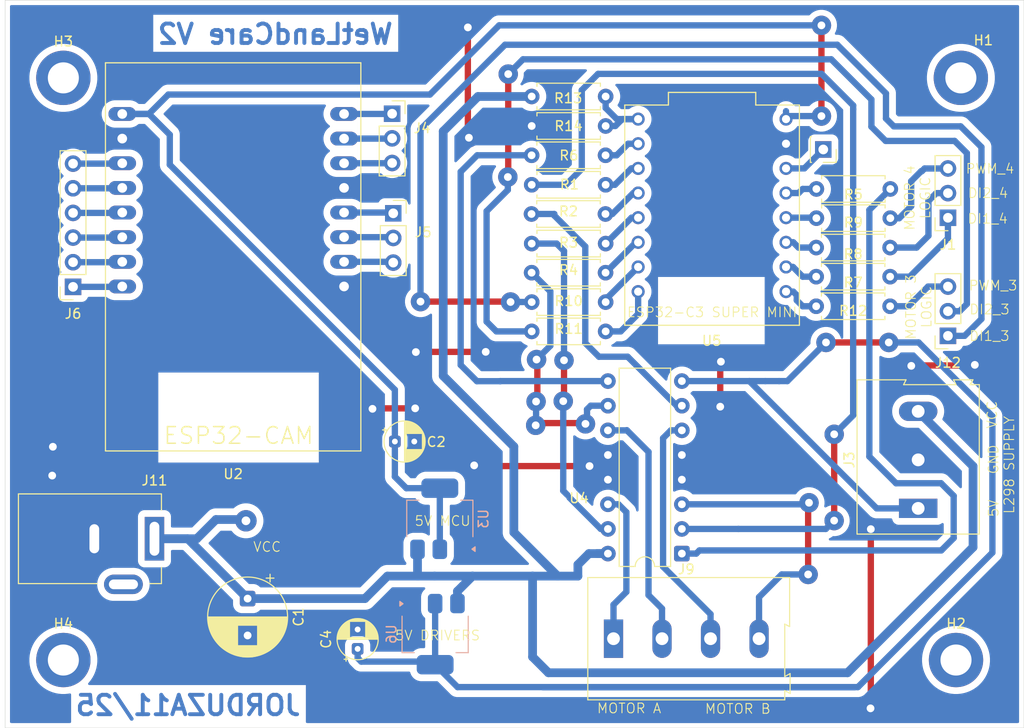
<source format=kicad_pcb>
(kicad_pcb (version 20241229) (generator "pcbnew") (generator_version "9.0")
  (layers (0 "F.Cu" signal) (2 "B.Cu" signal) (13 "F.Paste" user) (15 "B.Paste" user) (5 "F.SilkS" user "F.Silkscreen") (7 "B.SilkS" user "B.Silkscreen") (1 "F.Mask" user) (3 "B.Mask" user) (25 "Edge.Cuts" user))
  (net 0 "")
  (net 1 "GND")
  (net 2 "/5V_MCU")
  (net 3 "VCC")
  (net 4 "/5V_DRIVERS")
  (net 5 "Net-(U4-3A)")
  (net 6 "Net-(U4-4A)")
  (net 7 "Net-(J1-Pin_2)")
  (net 8 "Net-(U4-EN1,2)")
  (net 9 "Net-(U4-EN3,4)")
  (net 10 "Net-(U4-2A)")
  (net 11 "Net-(U4-1A)")
  (net 12 "Net-(J1-Pin_3)")
  (net 13 "Net-(J1-Pin_1)")
  (net 14 "Net-(J2-Pin_1)")
  (net 15 "/PWM_MR")
  (net 16 "/PWM_RR")
  (net 17 "/DI2_MR")
  (net 18 "Net-(J4-Pin_2)")
  (net 19 "/DI1_RL")
  (net 20 "/PWM_ML")
  (net 21 "/DI2_RR")
  (net 22 "/DI1_MR")
  (net 23 "/DI1_RR")
  (net 24 "/PWM_RL")
  (net 25 "Net-(J4-Pin_3)")
  (net 26 "/DI2_RL")
  (net 27 "/DI1_ML")
  (net 28 "/DI2_ML")
  (net 29 "Net-(J4-Pin_1)")
  (net 30 "Net-(J5-Pin_1)")
  (net 31 "Net-(J5-Pin_3)")
  (net 32 "Net-(J5-Pin_2)")
  (net 33 "Net-(J6-Pin_3)")
  (net 34 "Net-(J6-Pin_1)")
  (net 35 "Net-(J6-Pin_2)")
  (net 36 "Net-(J6-Pin_6)")
  (net 37 "Net-(J6-Pin_4)")
  (net 38 "Net-(J6-Pin_5)")
  (net 39 "Net-(J12-Pin_1)")
  (net 40 "Net-(J12-Pin_3)")
  (net 41 "Net-(J12-Pin_2)")
  (net 42 "/BAT_LVL_SENS")
  (net 43 "Net-(J9-Pin_1)")
  (net 44 "Net-(J9-Pin_4)")
  (net 45 "Net-(J9-Pin_3)")
  (net 46 "Net-(J9-Pin_2)")
  (footprint "Capacitor_THT:CP_Radial_D8.0mm_P3.80mm" (layer "F.Cu") (at 169.99 94.167349 -90)
    (property "Reference" "C1")
    (property "Value" "470uF")
  )
  (footprint "Resistor_THT:R_Axial_DIN0207_L6.3mm_D2.5mm_P7.62mm_Horizontal" (layer "F.Cu") (at 228.59 64.04)
    (property "Reference" "R12")
    (property "Value" "330R")
  )
  (footprint "Resistor_THT:R_Axial_DIN0207_L6.3mm_D2.5mm_P7.62mm_Horizontal" (layer "F.Cu") (at 206.89 51.52 180)
    (property "Reference" "R1")
    (property "Value" "330R")
  )
  (footprint "Connector_PinSocket_2.54mm:PinSocket_1x03_P2.54mm_Vertical" (layer "F.Cu") (at 242.17 67.09 180)
    (property "Reference" "J12")
    (property "Value" "M2MR1_CONTROL")
  )
  (footprint "Resistor_THT:R_Axial_DIN0207_L6.3mm_D2.5mm_P7.62mm_Horizontal" (layer "F.Cu") (at 228.59 57.99)
    (property "Reference" "R8")
    (property "Value" "330R")
  )
  (footprint "ESP32 C3 SuperMini:MODULE_ESP32-C3_SUPERMINI_TH" (layer "F.Cu") (at 217.86 54.65)
    (property "Reference" "U5")
    (property "Value" "ESP32-C3_SUPERMINI_TH")
  )
  (footprint "Connector_BarrelJack:BarrelJack_Kycon_KLDX-0202-xC_Horizontal" (layer "F.Cu") (at 160.39 88)
    (property "Reference" "J11")
    (property "Value" "Barrel_Jack_MountingPin")
  )
  (footprint "MountingHole:MountingHole_3.2mm_M3_DIN965_Pad" (layer "F.Cu") (at 243 100.5)
    (property "Reference" "H2")
    (property "Value" "MountingHole")
  )
  (footprint "Resistor_THT:R_Axial_DIN0207_L6.3mm_D2.5mm_P7.62mm_Horizontal" (layer "F.Cu") (at 206.88 60.58 180)
    (property "Reference" "R4")
    (property "Value" "330R")
  )
  (footprint "ESP32CAM:ESP32-CAM" (layer "F.Cu") (at 168.5 54.38)
    (property "Reference" "U2")
    (property "Value" "ESP32-CAM")
  )
  (footprint "MountingHole:MountingHole_3.2mm_M3_DIN965_Pad" (layer "F.Cu") (at 151 40.5)
    (property "Reference" "H3")
    (property "Value" "MountingHole")
  )
  (footprint "Resistor_THT:R_Axial_DIN0207_L6.3mm_D2.5mm_P7.62mm_Horizontal" (layer "F.Cu") (at 206.89 57.58 180)
    (property "Reference" "R3")
    (property "Value" "330R")
  )
  (footprint "MountingHole:MountingHole_3.2mm_M3_DIN965_Pad" (layer "F.Cu") (at 243.5 40.5)
    (property "Reference" "H1")
    (property "Value" "MountingHole" (hide yes))
  )
  (footprint "Resistor_THT:R_Axial_DIN0207_L6.3mm_D2.5mm_P7.62mm_Horizontal" (layer "F.Cu") (at 206.88 48.48 180)
    (property "Reference" "R6")
    (property "Value" "330R")
  )
  (footprint "Package_DIP:DIP-16_W7.62mm" (layer "F.Cu") (at 214.745 89.53 180)
    (property "Reference" "U4")
    (property "Value" "L293D")
  )
  (footprint "Resistor_THT:R_Axial_DIN0207_L6.3mm_D2.5mm_P7.62mm_Horizontal" (layer "F.Cu") (at 228.59 60.99)
    (property "Reference" "R7")
    (property "Value" "330R")
  )
  (footprint "Resistor_THT:R_Axial_DIN0207_L6.3mm_D2.5mm_P7.62mm_Horizontal" (layer "F.Cu") (at 206.89 63.61 180)
    (property "Reference" "R10")
    (property "Value" "330R")
  )
  (footprint "TerminalBlock:TerminalBlock_Altech_AK300-4_P5.00mm" (layer "F.Cu") (at 207.7 98.3)
    (property "Reference" "J9")
    (property "Value" "Screw_Terminal_01x04")
  )
  (footprint "Connector_PinSocket_2.54mm:PinSocket_1x03_P2.54mm_Vertical" (layer "F.Cu") (at 184.885 44.195)
    (property "Reference" "J4")
    (property "Value" "Conn_01x03_Socket")
  )
  (footprint "Resistor_THT:R_Axial_DIN0207_L6.3mm_D2.5mm_P7.62mm_Horizontal" (layer "F.Cu") (at 228.61 54.96)
    (property "Reference" "R9")
    (property "Value" "330R")
  )
  (footprint "Connector_PinSocket_2.54mm:PinSocket_1x03_P2.54mm_Vertical" (layer "F.Cu") (at 185 54.46)
    (property "Reference" "J5")
    (property "Value" "Conn_01x03_Socket")
  )
  (footprint "TerminalBlock:TerminalBlock_Altech_AK300-3_P5.00mm" (layer "F.Cu") (at 239.1 84.87 90)
    (property "Reference" "J3")
    (property "Value" "Screw_Terminal_01x03")
  )
  (footprint "Connector_PinSocket_2.54mm:PinSocket_1x06_P2.54mm_Vertical" (layer "F.Cu") (at 152 62.04 180)
    (property "Reference" "J6")
    (property "Value" "Conn_01x06_Socket")
  )
  (footprint "Resistor_THT:R_Axial_DIN0207_L6.3mm_D2.5mm_P7.62mm_Horizontal" (layer "F.Cu") (at 206.89 45.46 180)
    (property "Reference" "R14")
    (property "Value" "150K")
  )
  (footprint "MountingHole:MountingHole_3.2mm_M3_DIN965_Pad" (layer "F.Cu") (at 151 100.5)
    (property "Reference" "H4")
    (property "Value" "MountingHole")
  )
  (footprint "Resistor_THT:R_Axial_DIN0207_L6.3mm_D2.5mm_P7.62mm_Horizontal" (layer "F.Cu") (at 206.87 54.53 180)
    (property "Reference" "R2")
    (property "Value" "330R")
  )
  (footprint "Resistor_THT:R_Axial_DIN0207_L6.3mm_D2.5mm_P7.62mm_Horizontal" (layer "F.Cu") (at 228.61 51.95)
    (property "Reference" "R5")
    (property "Value" "330R")
  )
  (footprint "Resistor_THT:R_Axial_DIN0207_L6.3mm_D2.5mm_P7.62mm_Horizontal" (layer "F.Cu") (at 206.89 66.63 180)
    (property "Reference" "R11")
    (property "Value" "330R")
  )
  (footprint "Capacitor_THT:CP_Radial_D4.0mm_P2.00mm" (layer "F.Cu") (at 185.167401 77.98)
    (property "Reference" "C2")
    (property "Value" "10uF")
  )
  (footprint "Capacitor_THT:CP_Radial_D4.0mm_P2.00mm" (layer "F.Cu") (at 181.33 99.35 90)
    (property "Reference" "C4")
    (property "Value" "10uF")
  )
  (footprint "Connector_PinSocket_2.54mm:PinSocket_1x01_P2.54mm_Vertical" (layer "F.Cu") (at 229.32 47.88 -90)
    (property "Reference" "J2" (hide yes))
    (property "Value" "Conn_01x01_Pin")
  )
  (footprint "Connector_PinSocket_2.54mm:PinSocket_1x03_P2.54mm_Vertical" (layer "F.Cu") (at 242.17 54.92 180)
    (property "Reference" "J1")
    (property "Value" "M1ML1_CONTROL")
  )
  (footprint "Resistor_THT:R_Axial_DIN0207_L6.3mm_D2.5mm_P7.62mm_Horizontal" (layer "F.Cu") (at 199.27 42.42)
    (property "Reference" "R13")
    (property "Value" "220K")
  )
  (footprint "Package_TO_SOT_SMD:SOT-223-3_TabPin2" (layer "B.Cu") (at 189.3175 97.83 -90)
    (property "Reference" "U6")
    (property "Value" "AMS1117-5.0")
  )
  (footprint "Package_TO_SOT_SMD:SOT-223-3_TabPin2" (layer "B.Cu") (at 189.8 85.94 90)
    (property "Reference" "U3")
    (property "Value" "AMS1117-5.0")
  )
  (gr_rect (start 145 32.5) (end 250 107.5) (stroke (width 0.05)) (fill no) (layer "Edge.Cuts"))
  (gr_text "JORDUZA11/25" (at 163.85 105.18 0) (layer "B.Cu") (effects (font (size 2 2) (thickness 0.4) (bold yes)) (justify mirror)))
  (gr_text "WetLandCare V2" (at 172.84 37.17 0) (layer "B.Cu") (effects (font (size 2 2) (thickness 0.4) (bold yes)) (justify bottom mirror)))
  (gr_text "MOTOR 4\nLOGIC" (at 239.03 52.87 90) (layer "F.SilkS") (effects (font (size 1 1) (thickness 0.1))))
  (gr_text "VCC" (at 246.72 75.21 90) (layer "F.SilkS") (effects (font (size 1 1) (thickness 0.1))))
  (gr_text "DI1_4" (at 244.13 55.6 0) (layer "F.SilkS") (effects (font (size 1 1) (thickness 0.1)) (justify left bottom)))
  (gr_text "L298 SUPPLY" (at 248.49 80.39 90) (layer "F.SilkS") (effects (font (size 1 1) (thickness 0.1))))
  (gr_text "GND" (at 246.86 79.82 90) (layer "F.SilkS") (effects (font (size 1 1) (thickness 0.1))))
  (gr_text "5V MCU\n" (at 187.14 86.75 0) (layer "F.SilkS") (effects (font (size 1 1) (thickness 0.1)) (justify left bottom)))
  (gr_text "DI2_3" (at 244.32 64.95 0) (layer "F.SilkS") (effects (font (size 1 1) (thickness 0.1)) (justify left bottom)))
  (gr_text "DI2_4" (at 244.16 52.96 0) (layer "F.SilkS") (effects (font (size 1 1) (thickness 0.1)) (justify left bottom)))
  (gr_text "MOTOR 3\nLOGIC" (at 239.16 64.11 90) (layer "F.SilkS") (effects (font (size 1 1) (thickness 0.1))))
  (gr_text "DI1_3" (at 244.31 67.69 0) (layer "F.SilkS") (effects (font (size 1 1) (thickness 0.1)) (justify left bottom)))
  (gr_text "PWM_4" (at 243.94 50.45 0) (layer "F.SilkS") (effects (font (size 1 1) (thickness 0.1)) (justify left bottom)))
  (gr_text "5V DRIVERS" (at 185.12 98.55 0) (layer "F.SilkS") (effects (font (size 1 1) (thickness 0.1)) (justify left bottom)))
  (gr_text "PWM_3" (at 244.26 62.49 0) (layer "F.SilkS") (effects (font (size 1 1) (thickness 0.1)) (justify left bottom)))
  (gr_text "5V" (at 247.46 85.83 90) (layer "F.SilkS") (effects (font (size 1 1) (thickness 0.1)) (justify left bottom)))
  (gr_text "VCC" (at 172 88.84 0) (layer "F.SilkS") (effects (font (size 1 1) (thickness 0.1))))
  (gr_text "MOTOR B" (at 220.51 105.53 0) (layer "F.SilkS") (effects (font (size 1 1) (thickness 0.1))))
  (gr_text "ESP32-C3 SUPER MINI\n" (at 217.86 64.66 0) (layer "F.SilkS") (effects (font (size 1 1) (thickness 0.1))))
  (gr_text "MOTOR A" (at 209.31 105.48 0) (layer "F.SilkS") (effects (font (size 1 1) (thickness 0.1))))
  (segment (start 192.69 46.564141) (end 192.69 35.3) (width 0.65) (layer "F.Cu") (net 1))
  (segment (start 238.43 70.14) (end 238.39 70.18) (width 0.65) (layer "F.Cu") (net 1))
  (segment (start 234.22 87.01) (end 234.22 105.47) (width 0.65) (layer "F.Cu") (net 1))
  (segment (start 244.94 70.08) (end 244.88 70.14) (width 0.65) (layer "F.Cu") (net 1))
  (segment (start 192.796921 46.671062) (end 192.69 46.564141) (width 0.65) (layer "F.Cu") (net 1))
  (segment (start 234.22 105.47) (end 234.21 105.48) (width 0.65) (layer "F.Cu") (net 1))
  (segment (start 187.35 68.74) (end 187.33 68.76) (width 0.65) (layer "F.Cu") (net 1))
  (segment (start 234.21 105.48) (end 234.19 105.48) (width 0.65) (layer "F.Cu") (net 1))
  (segment (start 244.88 70.14) (end 238.43 70.14) (width 0.65) (layer "F.Cu") (net 1))
  (segment (start 193.41 80.51) (end 193.34 80.44) (width 0.65) (layer "F.Cu") (net 1))
  (segment (start 205.23 80.51) (end 193.41 80.51) (width 0.65) (layer "F.Cu") (net 1))
  (segment (start 218.7 69.82) (end 218.77 69.75) (width 0.65) (layer "F.Cu") (net 1))
  (segment (start 187.26 74.56) (end 182.91 74.56) (width 0.65) (layer "F.Cu") (net 1))
  (segment (start 194.53 68.74) (end 187.35 68.74) (width 0.65) (layer "F.Cu") (net 1))
  (segment (start 218.7 74.39) (end 218.7 69.82) (width 0.65) (layer "F.Cu") (net 1))
  (segment (start 182.91 74.56) (end 182.86 74.61) (width 0.65) (layer "F.Cu") (net 1))
  (via (at 238.39 70.18) (size 2) (drill 0.8) (layers "F.Cu" "B.Cu") (net 1))
  (via (at 234.19 105.48) (size 2) (drill 0.8) (layers "F.Cu" "B.Cu") (net 1))
  (via (at 194.53 68.74) (size 2) (drill 0.8) (layers "F.Cu" "B.Cu") (net 1))
  (via (at 244.94 70.08) (size 2) (drill 0.8) (layers "F.Cu" "B.Cu") (net 1))
  (via (at 192.796921 46.671062) (size 2) (drill 0.8) (layers "F.Cu" "B.Cu") (net 1))
  (via (at 187.33 68.76) (size 2) (drill 0.8) (layers "F.Cu" "B.Cu") (net 1))
  (via (at 182.86 74.61) (size 2) (drill 0.8) (layers "F.Cu" "B.Cu") (net 1))
  (via (at 218.7 74.39) (size 2) (drill 0.8) (layers "F.Cu" "B.Cu") (net 1))
  (via (at 192.69 35.3) (size 2) (drill 0.8) (layers "F.Cu" "B.Cu") (net 1))
  (via (at 234.22 87.01) (size 2) (drill 0.8) (layers "F.Cu" "B.Cu") (net 1))
  (via (at 187.26 74.56) (size 2) (drill 0.8) (layers "F.Cu" "B.Cu") (net 1))
  (via (at 218.77 69.75) (size 2) (drill 0.8) (layers "F.Cu" "B.Cu") (net 1))
  (via (at 205.23 80.51) (size 2) (drill 0.8) (layers "F.Cu" "B.Cu") (net 1))
  (via (at 193.34 80.44) (size 2) (drill 0.8) (layers "F.Cu" "B.Cu") (net 1))
  (via (at 149.92 78.52) (size 2) (drill 0.8) (layers "F.Cu" "B.Cu") (net 1))
  (via (at 149.85 81.49) (size 2) (drill 0.8) (layers "F.Cu" "B.Cu") (net 1))
  (segment (start 187.167401 74.652599) (end 187.26 74.56) (width 0.65) (layer "B.Cu") (net 1))
  (segment (start 229.13 35.088) (end 229.13 44.44) (width 0.65) (layer "F.Cu") (net 2))
  (via (at 229.13 44.44) (size 2) (drill 0.8) (layers "F.Cu" "B.Cu") (net 2))
  (via (at 229.13 35.088) (size 2) (drill 0.8) (layers "F.Cu" "B.Cu") (net 2))
  (segment (start 185.167401 77.98) (end 185.167401 78.082599) (width 0.65) (layer "B.Cu") (net 2))
  (segment (start 189.8 82.79) (end 189.8 89.09) (width 0.65) (layer "B.Cu") (net 2))
  (segment (start 161.82 42.22) (end 159.82 44.22) (width 0.65) (layer "B.Cu") (net 2))
  (segment (start 161.97 49.45) (end 185.167401 72.647401) (width 0.65) (layer "B.Cu") (net 2))
  (segment (start 185.167401 81.607401) (end 186.35 82.79) (width 0.65) (layer "B.Cu") (net 2))
  (segment (start 225.79 44.44) (end 225.48 44.75) (width 0.65) (layer "B.Cu") (net 2))
  (segment (start 225.48 44.75) (end 225.48 43.93) (width 0.65) (layer "B.Cu") (net 2))
  (segment (start 229.13 35.088) (end 195.912 35.088) (width 0.65) (layer "B.Cu") (net 2))
  (segment (start 186.35 82.79) (end 189.8 82.79) (width 0.65) (layer "B.Cu") (net 2))
  (segment (start 188.78 42.22) (end 161.82 42.22) (width 0.65) (layer "B.Cu") (net 2))
  (segment (start 157.07 44.22) (end 159.83 44.22) (width 0.65) (layer "B.Cu") (net 2))
  (segment (start 159.83 44.22) (end 161.97 46.36) (width 0.65) (layer "B.Cu") (net 2))
  (segment (start 185.167401 72.647401) (end 185.167401 77.98) (width 0.65) (layer "B.Cu") (net 2))
  (segment (start 185.167401 78.082599) (end 185.1 78.15) (width 0.65) (layer "B.Cu") (net 2))
  (segment (start 161.97 46.36) (end 161.97 49.45) (width 0.65) (layer "B.Cu") (net 2))
  (segment (start 195.912 35.088) (end 188.78 42.22) (width 0.65) (layer "B.Cu") (net 2))
  (segment (start 159.82 44.22) (end 157.07 44.22) (width 0.65) (layer "B.Cu") (net 2))
  (segment (start 229.13 44.44) (end 225.79 44.44) (width 0.65) (layer "B.Cu") (net 2))
  (segment (start 185.167401 77.98) (end 185.167401 81.607401) (width 0.65) (layer "B.Cu") (net 2))
  (via (at 169.82 86.15) (size 2.2) (drill 0.9) (layers "F.Cu" "B.Cu") (net 3))
  (segment (start 193.736394 42.42) (end 190.15 46.006394) (width 0.9) (layer "B.Cu") (net 3))
  (segment (start 199.36 91.85) (end 201.94 91.85) (width 0.9) (layer "B.Cu") (net 3))
  (segment (start 191.6175 94.68) (end 191.8175 94.88) (width 0.9) (layer "B.Cu") (net 3))
  (segment (start 199.27 42.42) (end 193.736394 42.42) (width 0.9) (layer "B.Cu") (net 3))
  (segment (start 205.99363 89.53) (end 207.125 89.53) (width 0.9) (layer "B.Cu") (net 3))
  (segment (start 204.03 91.85) (end 204.03 90.67) (width 0.9) (layer "B.Cu") (net 3))
  (segment (start 190.15 46.006394) (end 190.15 71.22) (width 0.9) (layer "B.Cu") (net 3))
  (segment (start 169.99 94.167349) (end 182.082651 94.167349) (width 0.9) (layer "B.Cu") (net 3))
  (segment (start 191.6175 93.4025) (end 193.17 91.85) (width 0.9) (layer "B.Cu") (net 3))
  (segment (start 200.994 101.814) (end 231.819002 101.814) (width 0.9) (layer "B.Cu") (net 3))
  (segment (start 244.755657 80.525657) (end 239.1 74.87) (width 0.9) (layer "B.Cu") (net 3))
  (segment (start 163.82265 88) (end 164.436325 88.613675) (width 0.9) (layer "B.Cu") (net 3))
  (segment (start 197.43 78.5) (end 197.43 87.34) (width 0.9) (layer "B.Cu") (net 3))
  (segment (start 199.36 100.18) (end 200.994 101.814) (width 0.9) (layer "B.Cu") (net 3))
  (segment (start 182.082651 94.167349) (end 184.4 91.85) (width 0.9) (layer "B.Cu") (net 3))
  (segment (start 164.436325 88.613675) (end 169.99 94.167349) (width 0.9) (layer "B.Cu") (net 3))
  (segment (start 169.69 86.02) (end 169.82 86.15) (width 0.9) (layer "B.Cu") (net 3))
  (segment (start 160.39 88) (end 164.75 88) (width 0.9) (layer "B.Cu") (net 3))
  (segment (start 201.94 91.85) (end 204.03 91.85) (width 0.9) (layer "B.Cu") (net 3))
  (segment (start 244.755657 88.877345) (end 244.755657 80.525657) (width 0.9) (layer "B.Cu") (net 3))
  (segment (start 184.4 91.85) (end 187.54 91.85) (width 0.9) (layer "B.Cu") (net 3))
  (segment (start 166.73 86.02) (end 169.69 86.02) (width 0.9) (layer "B.Cu") (net 3))
  (segment (start 205.17 89.53) (end 207.125 89.53) (width 0.9) (layer "B.Cu") (net 3))
  (segment (start 204.03 90.67) (end 205.17 89.53) (width 0.9) (layer "B.Cu") (net 3))
  (segment (start 187.5 89.09) (end 187.5 91.81) (width 0.9) (layer "B.Cu") (net 3))
  (segment (start 231.819002 101.814) (end 244.755657 88.877345) (width 0.9) (layer "B.Cu") (net 3))
  (segment (start 193.17 91.85) (end 199.36 91.85) (width 0.9) (layer "B.Cu") (net 3))
  (segment (start 189.26 91.85) (end 193.17 91.85) (width 0.9) (layer "B.Cu") (net 3))
  (segment (start 190.15 71.22) (end 197.43 78.5) (width 0.9) (layer "B.Cu") (net 3))
  (segment (start 191.6175 94.68) (end 191.6175 93.4025) (width 0.9) (layer "B.Cu") (net 3))
  (segment (start 187.54 91.85) (end 189.26 91.85) (width 0.9) (layer "B.Cu") (net 3))
  (segment (start 199.36 91.85) (end 199.36 100.18) (width 0.9) (layer "B.Cu") (net 3))
  (segment (start 164.75 88) (end 166.73 86.02) (width 0.9) (layer "B.Cu") (net 3))
  (segment (start 160.39 88) (end 163.82265 88) (width 0.9) (layer "B.Cu") (net 3))
  (segment (start 187.5 91.81) (end 187.54 91.85) (width 0.9) (layer "B.Cu") (net 3))
  (segment (start 197.43 87.34) (end 201.94 91.85) (width 0.9) (layer "B.Cu") (net 3))
  (segment (start 229.6 67.77) (end 236.07 67.77) (width 0.65) (layer "F.Cu") (net 4))
  (via (at 229.6 67.77) (size 2) (drill 0.8) (layers "F.Cu" "B.Cu") (net 4))
  (via (at 236.07 67.77) (size 2) (drill 0.8) (layers "F.Cu" "B.Cu") (net 4))
  (segment (start 224.77 71.75) (end 225.62 71.75) (width 0.65) (layer "B.Cu") (net 4))
  (segment (start 239.148 67.77) (end 246.75 75.372) (width 0.65) (layer "B.Cu") (net 4))
  (segment (start 191.6275 103.29) (end 189.3175 100.98) (width 0.65) (layer "B.Cu") (net 4))
  (segment (start 181.33 100.293838) (end 181.7 100.663838) (width 0.65) (layer "B.Cu") (net 4))
  (segment (start 189.2001 100.8626) (end 189.3175 100.98) (width 0.65) (layer "B.Cu") (net 4))
  (segment (start 214.745 71.75) (end 221.7 71.75) (width 0.65) (layer "B.Cu") (net 4))
  (segment (start 223.35 71.75) (end 224.77 71.75) (width 0.65) (layer "B.Cu") (net 4))
  (segment (start 189.3175 94.68) (end 189.3175 100.98) (width 0.65) (layer "B.Cu") (net 4))
  (segment (start 181.33 99.35) (end 181.33 100.293838) (width 0.65) (layer "B.Cu") (net 4))
  (segment (start 221.7 71.75) (end 234.82 84.87) (width 0.65) (layer "B.Cu") (net 4))
  (segment (start 200.433499 103.3) (end 232.566501 103.3) (width 0.65) (layer "B.Cu") (net 4))
  (segment (start 181.7 100.663838) (end 189.001338 100.663838) (width 0.65) (layer "B.Cu") (net 4))
  (segment (start 189.001338 100.663838) (end 189.3175 100.98) (width 0.65) (layer "B.Cu") (net 4))
  (segment (start 246.75 89.43) (end 232.89 103.29) (width 0.65) (layer "B.Cu") (net 4))
  (segment (start 221.7 71.75) (end 223.35 71.75) (width 0.65) (layer "B.Cu") (net 4))
  (segment (start 246.75 75.372) (end 246.75 89.43) (width 0.65) (layer "B.Cu") (net 4))
  (segment (start 239.1 84.87) (end 237.56 84.87) (width 0.65) (layer "B.Cu") (net 4))
  (segment (start 232.89 103.29) (end 191.6275 103.29) (width 0.65) (layer "B.Cu") (net 4))
  (segment (start 225.62 71.75) (end 229.6 67.77) (width 0.65) (layer "B.Cu") (net 4))
  (segment (start 234.82 84.87) (end 239.1 84.87) (width 0.65) (layer "B.Cu") (net 4))
  (segment (start 236.07 67.77) (end 239.148 67.77) (width 0.65) (layer "B.Cu") (net 4))
  (segment (start 199.85 69.61) (end 199.77 69.53) (width 0.65) (layer "F.Cu") (net 5))
  (segment (start 199.72 73.86) (end 199.85 73.73) (width 0.65) (layer "F.Cu") (net 5))
  (segment (start 199.68 76.31) (end 199.91 76.08) (width 0.65) (layer "F.Cu") (net 5))
  (segment (start 204.73 76.08) (end 204.81 76.16) (width 0.65) (layer "F.Cu") (net 5))
  (segment (start 199.91 76.08) (end 204.73 76.08) (width 0.65) (layer "F.Cu") (net 5))
  (segment (start 199.85 73.73) (end 199.85 69.61) (width 0.65) (layer "F.Cu") (net 5))
  (via (at 204.81 76.16) (size 2) (drill 0.8) (layers "F.Cu" "B.Cu") (net 5))
  (via (at 199.68 76.31) (size 2) (drill 0.8) (layers "F.Cu" "B.Cu") (net 5))
  (via (at 199.77 69.53) (size 2) (drill 0.8) (layers "F.Cu" "B.Cu") (net 5))
  (via (at 199.72 73.86) (size 2) (drill 0.8) (layers "F.Cu" "B.Cu") (net 5))
  (segment (start 204.97 74.67) (end 205.35 74.29) (width 0.65) (layer "B.Cu") (net 5))
  (segment (start 199.77 69.53) (end 201.19 68.11) (width 0.65) (layer "B.Cu") (net 5))
  (segment (start 204.97 76) (end 204.97 74.67) (width 0.65) (layer "B.Cu") (net 5))
  (segment (start 199.72 76.27) (end 199.72 73.86) (width 0.65) (layer "B.Cu") (net 5))
  (segment (start 199.68 76.31) (end 199.72 76.27) (width 0.65) (layer "B.Cu") (net 5))
  (segment (start 201.19 62.51) (end 199.26 60.58) (width 0.65) (layer "B.Cu") (net 5))
  (segment (start 204.81 76.16) (end 204.97 76) (width 0.65) (layer "B.Cu") (net 5))
  (segment (start 205.35 74.29) (end 207.125 74.29) (width 0.65) (layer "B.Cu") (net 5))
  (segment (start 201.19 68.11) (end 201.19 62.51) (width 0.65) (layer "B.Cu") (net 5))
  (segment (start 202.52 73.13) (end 202.6 73.05) (width 0.65) (layer "F.Cu") (net 6))
  (segment (start 202.52 73.82) (end 202.52 73.13) (width 0.65) (layer "F.Cu") (net 6))
  (segment (start 202.6 73.05) (end 202.6 69.61) (width 0.65) (layer "F.Cu") (net 6))
  (via (at 202.6 69.61) (size 2) (drill 0.8) (layers "F.Cu" "B.Cu") (net 6))
  (via (at 202.52 73.82) (size 2) (drill 0.8) (layers "F.Cu" "B.Cu") (net 6))
  (segment (start 203.159 83.759) (end 206.39 86.99) (width 0.65) (layer "B.Cu") (net 6))
  (segment (start 202.52 73.82) (end 202.52 83.06) (width 0.65) (layer "B.Cu") (net 6))
  (segment (start 201.84 57.58) (end 202.6 58.34) (width 0.65) (layer "B.Cu") (net 6))
  (segment (start 206.39 86.99) (end 207.125 86.99) (width 0.65) (layer "B.Cu") (net 6))
  (segment (start 201.84 57.58) (end 199.27 57.58) (width 0.65) (layer "B.Cu") (net 6))
  (segment (start 202.6 69.61) (end 202.96 69.61) (width 0.65) (layer "B.Cu") (net 6))
  (segment (start 202.52 73.82) (end 202.948 73.82) (width 0.65) (layer "B.Cu") (net 6))
  (segment (start 202.6 58.34) (end 202.6 69.61) (width 0.65) (layer "B.Cu") (net 6))
  (segment (start 202.52 83.06) (end 202.94 83.48) (width 0.65) (layer "B.Cu") (net 6))
  (segment (start 240.16 56.77) (end 238.94 57.99) (width 0.65) (layer "B.Cu") (net 7))
  (segment (start 238.94 57.99) (end 236.21 57.99) (width 0.65) (layer "B.Cu") (net 7))
  (segment (start 242.17 52.38) (end 240.967919 52.38) (width 0.65) (layer "B.Cu") (net 7))
  (segment (start 240.967919 52.38) (end 240.16 53.187919) (width 0.65) (layer "B.Cu") (net 7))
  (segment (start 240.16 53.187919) (end 240.16 56.77) (width 0.65) (layer "B.Cu") (net 7))
  (segment (start 242.76 87.93) (end 242.76 83.58) (width 0.65) (layer "B.Cu") (net 8))
  (segment (start 234.07 79.53) (end 234.07 54.11) (width 0.65) (layer "B.Cu") (net 8))
  (segment (start 242.76 83.58) (end 241.46 82.28) (width 0.65) (layer "B.Cu") (net 8))
  (segment (start 236.82 82.28) (end 234.07 79.53) (width 0.65) (layer "B.Cu") (net 8))
  (segment (start 216.23 89.53) (end 216.555 89.205) (width 0.65) (layer "B.Cu") (net 8))
  (segment (start 216.555 89.205) (end 241.485 89.205) (width 0.65) (layer "B.Cu") (net 8))
  (segment (start 241.485 89.205) (end 242.76 87.93) (width 0.65) (layer "B.Cu") (net 8))
  (segment (start 241.46 82.28) (end 236.82 82.28) (width 0.65) (layer "B.Cu") (net 8))
  (segment (start 214.745 89.53) (end 216.23 89.53) (width 0.65) (layer "B.Cu") (net 8))
  (segment (start 234.07 54.11) (end 236.23 51.95) (width 0.65) (layer "B.Cu") (net 8))
  (segment (start 191.95 70.09) (end 193.62 71.76) (width 0.65) (layer "B.Cu") (net 9))
  (segment (start 191.95 50.18) (end 191.95 70.09) (width 0.65) (layer "B.Cu") (net 9))
  (segment (start 193.65 48.48) (end 191.95 50.18) (width 0.65) (layer "B.Cu") (net 9))
  (segment (start 199.26 48.48) (end 193.65 48.48) (width 0.65) (layer "B.Cu") (net 9))
  (segment (start 196.03 71.75) (end 207.125 71.75) (width 0.65) (layer "B.Cu") (net 9))
  (segment (start 193.62 71.76) (end 196.02 71.76) (width 0.65) (layer "B.Cu") (net 9))
  (segment (start 196.02 71.76) (end 196.03 71.75) (width 0.65) (layer "B.Cu") (net 9))
  (segment (start 204.791 67.831) (end 206.2 69.24) (width 0.65) (layer "B.Cu") (net 10))
  (segment (start 201.6 54.688) (end 204.791 57.879) (width 0.65) (layer "B.Cu") (net 10))
  (segment (start 209.16 69.24) (end 214.21 74.29) (width 0.65) (layer "B.Cu") (net 10))
  (segment (start 201.6 54.53) (end 201.6 54.688) (width 0.65) (layer "B.Cu") (net 10))
  (segment (start 204.791 57.879) (end 204.791 67.831) (width 0.65) (layer "B.Cu") (net 10))
  (segment (start 206.2 69.24) (end 209.16 69.24) (width 0.65) (layer "B.Cu") (net 10))
  (segment (start 214.21 74.29) (end 214.745 74.29) (width 0.65) (layer "B.Cu") (net 10))
  (segment (start 199.25 54.53) (end 201.6 54.53) (width 0.65) (layer "B.Cu") (net 10))
  (segment (start 230.445 86.125) (end 230.445 77.235) (width 0.65) (layer "F.Cu") (net 11))
  (segment (start 230.44 86.13) (end 230.445 86.125) (width 0.65) (layer "F.Cu") (net 11))
  (via (at 230.445 77.235) (size 2) (drill 0.8) (layers "F.Cu" "B.Cu") (net 11))
  (via (at 230.44 86.13) (size 2) (drill 0.8) (layers "F.Cu" "B.Cu") (net 11))
  (segment (start 232.4 75.28) (end 230.445 77.235) (width 0.65) (layer "B.Cu") (net 11))
  (segment (start 202.74 51.58) (end 204.43 49.89) (width 0.65) (layer "B.Cu") (net 11))
  (segment (start 204.43 49.89) (end 204.43 41.77) (width 0.65) (layer "B.Cu") (net 11))
  (segment (start 204.43 41.77) (end 206.11 40.09) (width 0.65) (layer "B.Cu") (net 11))
  (segment (start 229.15 40.09) (end 232.4 43.34) (width 0.65) (layer "B.Cu") (net 11))
  (segment (start 232.4 43.73) (end 232.4 75.28) (width 0.65) (layer "B.Cu") (net 11))
  (segment (start 220.58 86.99) (end 229.58 86.99) (width 0.65) (layer "B.Cu") (net 11))
  (segment (start 220.58 86.99) (end 214.745 86.99) (width 0.65) (layer "B.Cu") (net 11))
  (segment (start 229.58 86.99) (end 230.44 86.13) (width 0.65) (layer "B.Cu") (net 11))
  (segment (start 232.4 43.34) (end 232.4 43.73) (width 0.65) (layer "B.Cu") (net 11))
  (segment (start 202.68 51.52) (end 202.74 51.58) (width 0.65) (layer "B.Cu") (net 11))
  (segment (start 199.27 51.52) (end 202.68 51.52) (width 0.65) (layer "B.Cu") (net 11))
  (segment (start 206.11 40.09) (end 229.15 40.09) (width 0.65) (layer "B.Cu") (net 11))
  (segment (start 236.23 54.96) (end 237.15 54.96) (width 0.65) (layer "B.Cu") (net 12))
  (segment (start 239.76 49.84) (end 242.17 49.84) (width 0.65) (layer "B.Cu") (net 12))
  (segment (start 239.41 50.12) (end 239.48 50.12) (width 0.65) (layer "B.Cu") (net 12))
  (segment (start 237.15 54.96) (end 238.38 53.73) (width 0.65) (layer "B.Cu") (net 12))
  (segment (start 239.48 50.12) (end 239.76 49.84) (width 0.65) (layer "B.Cu") (net 12))
  (segment (start 238.38 51.15) (end 239.41 50.12) (width 0.65) (layer "B.Cu") (net 12))
  (segment (start 238.38 53.73) (end 238.38 51.15) (width 0.65) (layer "B.Cu") (net 12))
  (segment (start 242.17 57.05) (end 238.23 60.99) (width 0.65) (layer "B.Cu") (net 13))
  (segment (start 238.23 60.99) (end 236.21 60.99) (width 0.65) (layer "B.Cu") (net 13))
  (segment (start 242.17 54.92) (end 242.17 57.05) (width 0.65) (layer "B.Cu") (net 13))
  (segment (start 225.48 49.83) (end 227.37 49.83) (width 0.65) (layer "B.Cu") (net 14))
  (segment (start 227.37 49.83) (end 229.32 47.88) (width 0.65) (layer "B.Cu") (net 14))
  (segment (start 225.48 62.53) (end 226.22 62.53) (width 0.65) (layer "B.Cu") (net 15))
  (segment (start 226.59 63.43) (end 227.2 64.04) (width 0.65) (layer "B.Cu") (net 15))
  (segment (start 226.22 62.53) (end 226.59 62.9) (width 0.65) (layer "B.Cu") (net 15))
  (segment (start 227.2 64.04) (end 228.59 64.04) (width 0.65) (layer "B.Cu") (net 15))
  (segment (start 226.59 62.9) (end 226.59 63.43) (width 0.65) (layer "B.Cu") (net 15))
  (segment (start 209.21 47.29) (end 208.02 48.48) (width 0.65) (layer "B.Cu") (net 16))
  (segment (start 210.24 47.29) (end 209.21 47.29) (width 0.65) (layer "B.Cu") (net 16))
  (segment (start 208.02 48.48) (end 206.88 48.48) (width 0.65) (layer "B.Cu") (net 16))
  (segment (start 210.24 64.83) (end 210.24 62.53) (width 0.65) (layer "B.Cu") (net 17))
  (segment (start 208.44 66.63) (end 210.24 64.83) (width 0.65) (layer "B.Cu") (net 17))
  (segment (start 206.89 66.63) (end 208.44 66.63) (width 0.65) (layer "B.Cu") (net 17))
  (segment (start 179.93 46.76) (end 184.86 46.76) (width 0.65) (layer "B.Cu") (net 18))
  (segment (start 184.86 46.76) (end 184.885 46.735) (width 0.65) (layer "B.Cu") (net 18))
  (segment (start 209.54 49.83) (end 207.85 51.52) (width 0.65) (layer "B.Cu") (net 19))
  (segment (start 207.85 51.52) (end 206.89 51.52) (width 0.65) (layer "B.Cu") (net 19))
  (segment (start 209.54 49.83) (end 210.24 49.83) (width 0.65) (layer "B.Cu") (net 19))
  (segment (start 228.56 54.91) (end 228.61 54.96) (width 0.65) (layer "B.Cu") (net 20))
  (segment (start 225.48 54.91) (end 228.56 54.91) (width 0.65) (layer "B.Cu") (net 20))
  (segment (start 210.24 54.91) (end 209.56 54.91) (width 0.65) (layer "B.Cu") (net 21))
  (segment (start 209.56 54.91) (end 206.89 57.58) (width 0.65) (layer "B.Cu") (net 21))
  (segment (start 210.24 59.99) (end 206.89 63.34) (width 0.65) (layer "B.Cu") (net 22))
  (segment (start 206.89 63.34) (end 206.89 63.61) (width 0.65) (layer "B.Cu") (net 22))
  (segment (start 210.24 57.45) (end 210.01 57.45) (width 0.65) (layer "B.Cu") (net 23))
  (segment (start 210.01 57.45) (end 206.88 60.58) (width 0.65) (layer "B.Cu") (net 23))
  (segment (start 227.2 51.95) (end 228.61 51.95) (width 0.65) (layer "B.Cu") (net 24))
  (segment (start 225.48 52.37) (end 226.78 52.37) (width 0.65) (layer "B.Cu") (net 24))
  (segment (start 226.78 52.37) (end 227.2 51.95) (width 0.65) (layer "B.Cu") (net 24))
  (segment (start 179.93 49.3) (end 184.86 49.3) (width 0.65) (layer "B.Cu") (net 25))
  (segment (start 184.86 49.3) (end 184.885 49.275) (width 0.65) (layer "B.Cu") (net 25))
  (segment (start 207.58 54.53) (end 209.74 52.37) (width 0.65) (layer "B.Cu") (net 26))
  (segment (start 209.74 52.37) (end 210.24 52.37) (width 0.65) (layer "B.Cu") (net 26))
  (segment (start 206.87 54.53) (end 207.58 54.53) (width 0.65) (layer "B.Cu") (net 26))
  (segment (start 226.2 59.99) (end 227.2 60.99) (width 0.65) (layer "B.Cu") (net 27))
  (segment (start 225.48 59.99) (end 226.2 59.99) (width 0.65) (layer "B.Cu") (net 27))
  (segment (start 227.2 60.99) (end 228.59 60.99) (width 0.65) (layer "B.Cu") (net 27))
  (segment (start 226.77 57.99) (end 228.59 57.99) (width 0.65) (layer "B.Cu") (net 28))
  (segment (start 225.48 57.45) (end 226.23 57.45) (width 0.65) (layer "B.Cu") (net 28))
  (segment (start 226.23 57.45) (end 226.77 57.99) (width 0.65) (layer "B.Cu") (net 28))
  (segment (start 184.86 44.22) (end 184.885 44.195) (width 0.65) (layer "B.Cu") (net 29))
  (segment (start 179.93 44.22) (end 184.86 44.22) (width 0.65) (layer "B.Cu") (net 29))
  (segment (start 179.93 54.38) (end 184.92 54.38) (width 0.65) (layer "B.Cu") (net 30))
  (segment (start 184.92 54.38) (end 185 54.46) (width 0.65) (layer "B.Cu") (net 30))
  (segment (start 184.92 59.46) (end 185 59.54) (width 0.65) (layer "B.Cu") (net 31))
  (segment (start 179.93 59.46) (end 184.92 59.46) (width 0.65) (layer "B.Cu") (net 31))
  (segment (start 184.92 56.92) (end 185 57) (width 0.65) (layer "B.Cu") (net 32))
  (segment (start 179.93 56.92) (end 184.92 56.92) (width 0.65) (layer "B.Cu") (net 32))
  (segment (start 152 56.96) (end 157.03 56.96) (width 0.65) (layer "B.Cu") (net 33))
  (segment (start 157.03 56.96) (end 157.07 56.92) (width 0.65) (layer "B.Cu") (net 33))
  (segment (start 152 62.04) (end 157.03 62.04) (width 0.65) (layer "B.Cu") (net 34))
  (segment (start 157.03 62.04) (end 157.07 62) (width 0.65) (layer "B.Cu") (net 34))
  (segment (start 157.03 59.5) (end 157.07 59.46) (width 0.65) (layer "B.Cu") (net 35))
  (segment (start 152 59.5) (end 157.03 59.5) (width 0.65) (layer "B.Cu") (net 35))
  (segment (start 157.03 49.34) (end 157.07 49.3) (width 0.65) (layer "B.Cu") (net 36))
  (segment (start 152 49.34) (end 157.03 49.34) (width 0.65) (layer "B.Cu") (net 36))
  (segment (start 152 54.42) (end 157.03 54.42) (width 0.65) (layer "B.Cu") (net 37))
  (segment (start 157.03 54.42) (end 157.07 54.38) (width 0.65) (layer "B.Cu") (net 37))
  (segment (start 157.03 51.88) (end 157.07 51.84) (width 0.65) (layer "B.Cu") (net 38))
  (segment (start 152 51.88) (end 157.03 51.88) (width 0.65) (layer "B.Cu") (net 38))
  (segment (start 197.05 63.56) (end 197.09 63.6) (width 0.65) (layer "F.Cu") (net 39))
  (segment (start 187.81 63.56) (end 197.05 63.56) (width 0.65) (layer "F.Cu") (net 39))
  (via (at 197.09 63.6) (size 2) (drill 0.8) (layers "F.Cu" "B.Cu") (net 39))
  (via (at 187.81 63.56) (size 2) (drill 0.8) (layers "F.Cu" "B.Cu") (net 39))
  (segment (start 235.782 44.69) (end 236.591 45.499) (width 0.65) (layer "B.Cu") (net 39))
  (segment (start 235.782 42.106531) (end 235.782 44.69) (width 0.65) (layer "B.Cu") (net 39))
  (segment (start 243.481735 45.499) (end 245.622 47.639266) (width 0.65) (layer "B.Cu") (net 39))
  (segment (start 196.521396 37.088) (end 230.763468 37.088) (width 0.65) (layer "B.Cu") (net 39))
  (segment (start 236.591 45.499) (end 243.481735 45.499) (width 0.65) (layer "B.Cu") (net 39))
  (segment (start 245.622 47.639266) (end 245.622 65.348) (width 0.65) (layer "B.Cu") (net 39))
  (segment (start 199.26 63.6) (end 199.27 63.61) (width 0.65) (layer "B.Cu") (net 39))
  (segment (start 243.88 67.09) (end 242.17 67.09) (width 0.65) (layer "B.Cu") (net 39))
  (segment (start 230.763468 37.088) (end 234.577735 40.902265) (width 0.65) (layer "B.Cu") (net 39))
  (segment (start 245.622 65.348) (end 243.88 67.09) (width 0.65) (layer "B.Cu") (net 39))
  (segment (start 197.09 63.6) (end 199.26 63.6) (width 0.65) (layer "B.Cu") (net 39))
  (segment (start 187.81 63.56) (end 187.81 45.799396) (width 0.65) (layer "B.Cu") (net 39))
  (segment (start 234.577735 40.902265) (end 235.782 42.106531) (width 0.65) (layer "B.Cu") (net 39))
  (segment (start 187.81 45.799396) (end 196.521396 37.088) (width 0.65) (layer "B.Cu") (net 39))
  (segment (start 236.21 64.04) (end 238.09 64.04) (width 0.65) (layer "B.Cu") (net 40))
  (segment (start 238.09 64.04) (end 240.12 62.01) (width 0.65) (layer "B.Cu") (net 40))
  (segment (start 240.12 62.01) (end 242.17 62.01) (width 0.65) (layer "B.Cu") (net 40))
  (segment (start 196.85 50.68) (end 196.81 50.72) (width 0.65) (layer "F.Cu") (net 41))
  (segment (start 196.85 40.11) (end 196.85 50.68) (width 0.65) (layer "F.Cu") (net 41))
  (via (at 196.81 50.72) (size 2) (drill 0.8) (layers "F.Cu" "B.Cu") (net 41))
  (via (at 196.85 40.11) (size 2) (drill 0.8) (layers "F.Cu" "B.Cu") (net 41))
  (segment (start 243.372081 64.55) (end 244.121 63.801081) (width 0.65) (layer "B.Cu") (net 41))
  (segment (start 234.281 42.728265) (end 230.141734 38.589) (width 0.65) (layer "B.Cu") (net 41))
  (segment (start 244.121 63.801081) (end 244.121 48.261) (width 0.65) (layer "B.Cu") (net 41))
  (segment (start 242.17 64.55) (end 243.372081 64.55) (width 0.65) (layer "B.Cu") (net 41))
  (segment (start 234.281 45.531) (end 234.281 42.728265) (width 0.65) (layer "B.Cu") (net 41))
  (segment (start 199.27 66.63) (end 195.63 66.63) (width 0.65) (layer "B.Cu") (net 41))
  (segment (start 196.81 52.05) (end 196.81 50.72) (width 0.65) (layer "B.Cu") (net 41))
  (segment (start 230.141734 38.589) (end 198.371 38.589) (width 0.65) (layer "B.Cu") (net 41))
  (segment (start 195.63 66.63) (end 194.62 65.62) (width 0.65) (layer "B.Cu") (net 41))
  (segment (start 198.371 38.589) (end 196.85 40.11) (width 0.65) (layer "B.Cu") (net 41))
  (segment (start 244.121 48.261) (end 242.86 47) (width 0.65) (layer "B.Cu") (net 41))
  (segment (start 242.86 47) (end 235.75 47) (width 0.65) (layer "B.Cu") (net 41))
  (segment (start 194.62 54.24) (end 196.81 52.05) (width 0.65) (layer "B.Cu") (net 41))
  (segment (start 194.62 65.62) (end 194.62 54.24) (width 0.65) (layer "B.Cu") (net 41))
  (segment (start 235.75 47) (end 234.281 45.531) (width 0.65) (layer "B.Cu") (net 41))
  (segment (start 206.89 43.6) (end 208.04 44.75) (width 0.65) (layer "B.Cu") (net 42))
  (segment (start 207.89 45.46) (end 208.6 44.75) (width 0.65) (layer "B.Cu") (net 42))
  (segment (start 206.89 45.46) (end 207.89 45.46) (width 0.65) (layer "B.Cu") (net 42))
  (segment (start 208.6 44.75) (end 210.24 44.75) (width 0.65) (layer "B.Cu") (net 42))
  (segment (start 206.89 42.42) (end 206.89 43.6) (width 0.65) (layer "B.Cu") (net 42))
  (segment (start 208.04 44.75) (end 210.24 44.75) (width 0.65) (layer "B.Cu") (net 42))
  (segment (start 207.125 84.45) (end 208.21 84.45) (width 0.65) (layer "B.Cu") (net 43))
  (segment (start 209.026 93.474) (end 207.7 94.8) (width 0.65) (layer "B.Cu") (net 43))
  (segment (start 207.7 94.8) (end 207.7 98.3) (width 0.65) (layer "B.Cu") (net 43))
  (segment (start 208.21 84.45) (end 209.026 85.266) (width 0.65) (layer "B.Cu") (net 43))
  (segment (start 209.026 85.266) (end 209.026 93.474) (width 0.65) (layer "B.Cu") (net 43))
  (segment (start 227.76 84.38) (end 227.76 91.68) (width 0.65) (layer "F.Cu") (net 44))
  (segment (start 227.85 84.29) (end 227.76 84.38) (width 0.65) (layer "F.Cu") (net 44))
  (via (at 227.85 84.29) (size 2) (drill 0.8) (layers "F.Cu" "B.Cu") (net 44))
  (via (at 227.76 91.68) (size 2) (drill 0.8) (layers "F.Cu" "B.Cu") (net 44))
  (segment (start 227.76 91.68) (end 225.035 91.68) (width 0.65) (layer "B.Cu") (net 44))
  (segment (start 227.85 84.29) (end 227.74 84.29) (width 0.65) (layer "B.Cu") (net 44))
  (segment (start 227.74 84.29) (end 227.58 84.45) (width 0.65) (layer "B.Cu") (net 44))
  (segment (start 225.035 91.68) (end 222.7 94.015) (width 0.65) (layer "B.Cu") (net 44))
  (segment (start 222.7 94.015) (end 222.7 98.3) (width 0.65) (layer "B.Cu") (net 44))
  (segment (start 227.58 84.45) (end 214.745 84.45) (width 0.65) (layer "B.Cu") (net 44))
  (segment (start 213.61363 76.83) (end 212.81 77.63363) (width 0.65) (layer "B.Cu") (net 45))
  (segment (start 214.745 76.83) (end 213.61363 76.83) (width 0.65) (layer "B.Cu") (net 45))
  (segment (start 212.81 90.88) (end 217.7 95.77) (width 0.65) (layer "B.Cu") (net 45))
  (segment (start 212.81 77.63363) (end 212.81 90.88) (width 0.65) (layer "B.Cu") (net 45))
  (segment (start 217.7 95.77) (end 217.7 98.3) (width 0.65) (layer "B.Cu") (net 45))
  (segment (start 209.08 76.82) (end 211.309 79.049) (width 0.65) (layer "B.Cu") (net 46))
  (segment (start 209.07 76.83) (end 209.08 76.82) (width 0.65) (layer "B.Cu") (net 46))
  (segment (start 211.309 79.049) (end 211.309 93.809) (width 0.65) (layer "B.Cu") (net 46))
  (segment (start 207.125 76.83) (end 209.07 76.83) (width 0.65) (layer "B.Cu") (net 46))
  (segment (start 212.7 95.2) (end 212.7 98.3) (width 0.65) (layer "B.Cu") (net 46))
  (segment (start 211.309 93.809) (end 212.7 95.2) (width 0.65) (layer "B.Cu") (net 46))
  (zone (net 1) (net_name "GND") (layer "B.Cu") (connect_pads yes (clearance 0.5)) (min_thickness 0.25) (fill yes (thermal_gap 0.5) (thermal_bridge_width 0.5))
    (polygon (pts (xy 145.01 32.54) (xy 249.99 32.53) (xy 249.98 107.49) (xy 145.01 107.48)))
  )
  (zone (net 0) (net_name "") (layer "B.Cu") (name "ANTENAS") (connect_pads (clearance 0)) (min_thickness 0.25)
    (keepout (tracks not_allowed) (vias not_allowed) (pads not_allowed) (copperpour not_allowed) (footprints not_allowed))
    (fill (thermal_gap 0.5) (thermal_bridge_width 0.5))
    (polygon (pts (xy 212.29 61.02) (xy 223.28 61.02) (xy 223.28 67.96) (xy 212.29 67.96)))
  )
  (zone (net 0) (net_name "") (layer "B.Cu") (name "ANTENAS") (connect_pads (clearance 0)) (min_thickness 0.25)
    (keepout (tracks not_allowed) (vias not_allowed) (pads not_allowed) (copperpour not_allowed) (footprints not_allowed))
    (fill (thermal_gap 0.5) (thermal_bridge_width 0.5))
    (polygon (pts (xy 160.787253 80.15) (xy 160.787253 70.87) (xy 177.327253 70.87) (xy 177.327253 80.15)))
  )
)
</source>
